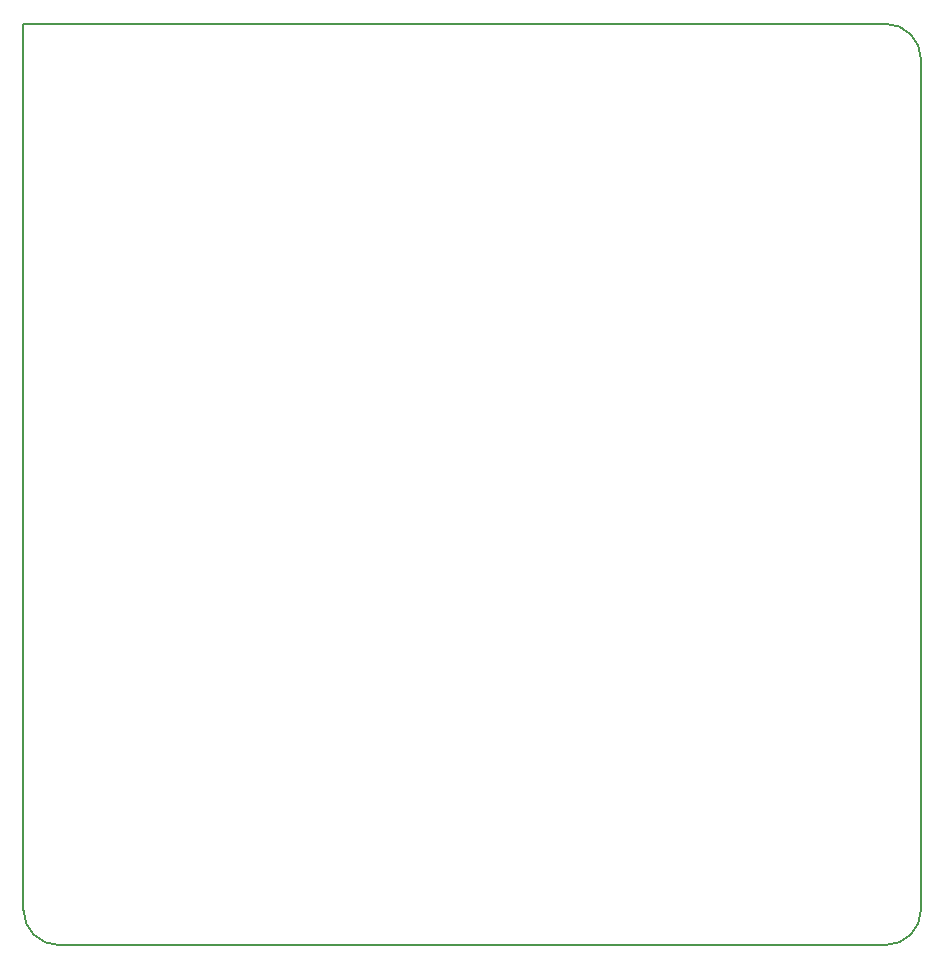
<source format=gbr>
G04 #@! TF.FileFunction,Profile,NP*
%FSLAX46Y46*%
G04 Gerber Fmt 4.6, Leading zero omitted, Abs format (unit mm)*
G04 Created by KiCad (PCBNEW 4.0.6) date 03/21/17 17:18:28*
%MOMM*%
%LPD*%
G01*
G04 APERTURE LIST*
%ADD10C,0.100000*%
%ADD11C,0.150000*%
G04 APERTURE END LIST*
D10*
D11*
X73000000Y-78000000D02*
X3000000Y-78000000D01*
X76000000Y-3000000D02*
X76000000Y-75000000D01*
X0Y0D02*
X73000000Y0D01*
X0Y-75000000D02*
X0Y0D01*
X76000000Y-3000000D02*
G75*
G03X73000000Y0I-3000000J0D01*
G01*
X73000000Y-78000000D02*
G75*
G03X76000000Y-75000000I0J3000000D01*
G01*
X0Y-75000000D02*
G75*
G03X3000000Y-78000000I3000000J0D01*
G01*
M02*

</source>
